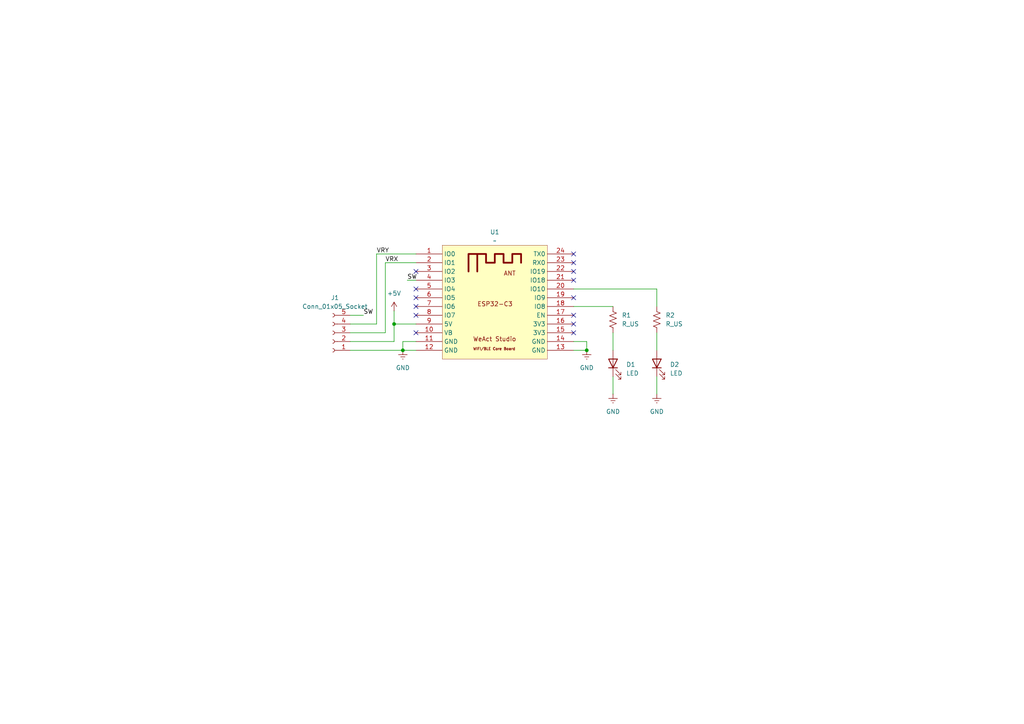
<source format=kicad_sch>
(kicad_sch
	(version 20250114)
	(generator "eeschema")
	(generator_version "9.0")
	(uuid "41cade56-569b-4076-83c8-650d4d65abc6")
	(paper "A4")
	(lib_symbols
		(symbol "Connector:Conn_01x05_Socket"
			(pin_names
				(offset 1.016)
				(hide yes)
			)
			(exclude_from_sim no)
			(in_bom yes)
			(on_board yes)
			(property "Reference" "J"
				(at 0 7.62 0)
				(effects
					(font
						(size 1.27 1.27)
					)
				)
			)
			(property "Value" "Conn_01x05_Socket"
				(at 0 -7.62 0)
				(effects
					(font
						(size 1.27 1.27)
					)
				)
			)
			(property "Footprint" ""
				(at 0 0 0)
				(effects
					(font
						(size 1.27 1.27)
					)
					(hide yes)
				)
			)
			(property "Datasheet" "~"
				(at 0 0 0)
				(effects
					(font
						(size 1.27 1.27)
					)
					(hide yes)
				)
			)
			(property "Description" "Generic connector, single row, 01x05, script generated"
				(at 0 0 0)
				(effects
					(font
						(size 1.27 1.27)
					)
					(hide yes)
				)
			)
			(property "ki_locked" ""
				(at 0 0 0)
				(effects
					(font
						(size 1.27 1.27)
					)
				)
			)
			(property "ki_keywords" "connector"
				(at 0 0 0)
				(effects
					(font
						(size 1.27 1.27)
					)
					(hide yes)
				)
			)
			(property "ki_fp_filters" "Connector*:*_1x??_*"
				(at 0 0 0)
				(effects
					(font
						(size 1.27 1.27)
					)
					(hide yes)
				)
			)
			(symbol "Conn_01x05_Socket_1_1"
				(polyline
					(pts
						(xy -1.27 5.08) (xy -0.508 5.08)
					)
					(stroke
						(width 0.1524)
						(type default)
					)
					(fill
						(type none)
					)
				)
				(polyline
					(pts
						(xy -1.27 2.54) (xy -0.508 2.54)
					)
					(stroke
						(width 0.1524)
						(type default)
					)
					(fill
						(type none)
					)
				)
				(polyline
					(pts
						(xy -1.27 0) (xy -0.508 0)
					)
					(stroke
						(width 0.1524)
						(type default)
					)
					(fill
						(type none)
					)
				)
				(polyline
					(pts
						(xy -1.27 -2.54) (xy -0.508 -2.54)
					)
					(stroke
						(width 0.1524)
						(type default)
					)
					(fill
						(type none)
					)
				)
				(polyline
					(pts
						(xy -1.27 -5.08) (xy -0.508 -5.08)
					)
					(stroke
						(width 0.1524)
						(type default)
					)
					(fill
						(type none)
					)
				)
				(arc
					(start 0 4.572)
					(mid -0.5058 5.08)
					(end 0 5.588)
					(stroke
						(width 0.1524)
						(type default)
					)
					(fill
						(type none)
					)
				)
				(arc
					(start 0 2.032)
					(mid -0.5058 2.54)
					(end 0 3.048)
					(stroke
						(width 0.1524)
						(type default)
					)
					(fill
						(type none)
					)
				)
				(arc
					(start 0 -0.508)
					(mid -0.5058 0)
					(end 0 0.508)
					(stroke
						(width 0.1524)
						(type default)
					)
					(fill
						(type none)
					)
				)
				(arc
					(start 0 -3.048)
					(mid -0.5058 -2.54)
					(end 0 -2.032)
					(stroke
						(width 0.1524)
						(type default)
					)
					(fill
						(type none)
					)
				)
				(arc
					(start 0 -5.588)
					(mid -0.5058 -5.08)
					(end 0 -4.572)
					(stroke
						(width 0.1524)
						(type default)
					)
					(fill
						(type none)
					)
				)
				(pin passive line
					(at -5.08 5.08 0)
					(length 3.81)
					(name "Pin_1"
						(effects
							(font
								(size 1.27 1.27)
							)
						)
					)
					(number "1"
						(effects
							(font
								(size 1.27 1.27)
							)
						)
					)
				)
				(pin passive line
					(at -5.08 2.54 0)
					(length 3.81)
					(name "Pin_2"
						(effects
							(font
								(size 1.27 1.27)
							)
						)
					)
					(number "2"
						(effects
							(font
								(size 1.27 1.27)
							)
						)
					)
				)
				(pin passive line
					(at -5.08 0 0)
					(length 3.81)
					(name "Pin_3"
						(effects
							(font
								(size 1.27 1.27)
							)
						)
					)
					(number "3"
						(effects
							(font
								(size 1.27 1.27)
							)
						)
					)
				)
				(pin passive line
					(at -5.08 -2.54 0)
					(length 3.81)
					(name "Pin_4"
						(effects
							(font
								(size 1.27 1.27)
							)
						)
					)
					(number "4"
						(effects
							(font
								(size 1.27 1.27)
							)
						)
					)
				)
				(pin passive line
					(at -5.08 -5.08 0)
					(length 3.81)
					(name "Pin_5"
						(effects
							(font
								(size 1.27 1.27)
							)
						)
					)
					(number "5"
						(effects
							(font
								(size 1.27 1.27)
							)
						)
					)
				)
			)
			(embedded_fonts no)
		)
		(symbol "Device:LED"
			(pin_numbers
				(hide yes)
			)
			(pin_names
				(offset 1.016)
				(hide yes)
			)
			(exclude_from_sim no)
			(in_bom yes)
			(on_board yes)
			(property "Reference" "D"
				(at 0 2.54 0)
				(effects
					(font
						(size 1.27 1.27)
					)
				)
			)
			(property "Value" "LED"
				(at 0 -2.54 0)
				(effects
					(font
						(size 1.27 1.27)
					)
				)
			)
			(property "Footprint" ""
				(at 0 0 0)
				(effects
					(font
						(size 1.27 1.27)
					)
					(hide yes)
				)
			)
			(property "Datasheet" "~"
				(at 0 0 0)
				(effects
					(font
						(size 1.27 1.27)
					)
					(hide yes)
				)
			)
			(property "Description" "Light emitting diode"
				(at 0 0 0)
				(effects
					(font
						(size 1.27 1.27)
					)
					(hide yes)
				)
			)
			(property "Sim.Pins" "1=K 2=A"
				(at 0 0 0)
				(effects
					(font
						(size 1.27 1.27)
					)
					(hide yes)
				)
			)
			(property "ki_keywords" "LED diode"
				(at 0 0 0)
				(effects
					(font
						(size 1.27 1.27)
					)
					(hide yes)
				)
			)
			(property "ki_fp_filters" "LED* LED_SMD:* LED_THT:*"
				(at 0 0 0)
				(effects
					(font
						(size 1.27 1.27)
					)
					(hide yes)
				)
			)
			(symbol "LED_0_1"
				(polyline
					(pts
						(xy -3.048 -0.762) (xy -4.572 -2.286) (xy -3.81 -2.286) (xy -4.572 -2.286) (xy -4.572 -1.524)
					)
					(stroke
						(width 0)
						(type default)
					)
					(fill
						(type none)
					)
				)
				(polyline
					(pts
						(xy -1.778 -0.762) (xy -3.302 -2.286) (xy -2.54 -2.286) (xy -3.302 -2.286) (xy -3.302 -1.524)
					)
					(stroke
						(width 0)
						(type default)
					)
					(fill
						(type none)
					)
				)
				(polyline
					(pts
						(xy -1.27 0) (xy 1.27 0)
					)
					(stroke
						(width 0)
						(type default)
					)
					(fill
						(type none)
					)
				)
				(polyline
					(pts
						(xy -1.27 -1.27) (xy -1.27 1.27)
					)
					(stroke
						(width 0.254)
						(type default)
					)
					(fill
						(type none)
					)
				)
				(polyline
					(pts
						(xy 1.27 -1.27) (xy 1.27 1.27) (xy -1.27 0) (xy 1.27 -1.27)
					)
					(stroke
						(width 0.254)
						(type default)
					)
					(fill
						(type none)
					)
				)
			)
			(symbol "LED_1_1"
				(pin passive line
					(at -3.81 0 0)
					(length 2.54)
					(name "K"
						(effects
							(font
								(size 1.27 1.27)
							)
						)
					)
					(number "1"
						(effects
							(font
								(size 1.27 1.27)
							)
						)
					)
				)
				(pin passive line
					(at 3.81 0 180)
					(length 2.54)
					(name "A"
						(effects
							(font
								(size 1.27 1.27)
							)
						)
					)
					(number "2"
						(effects
							(font
								(size 1.27 1.27)
							)
						)
					)
				)
			)
			(embedded_fonts no)
		)
		(symbol "Device:R_US"
			(pin_numbers
				(hide yes)
			)
			(pin_names
				(offset 0)
			)
			(exclude_from_sim no)
			(in_bom yes)
			(on_board yes)
			(property "Reference" "R"
				(at 2.54 0 90)
				(effects
					(font
						(size 1.27 1.27)
					)
				)
			)
			(property "Value" "R_US"
				(at -2.54 0 90)
				(effects
					(font
						(size 1.27 1.27)
					)
				)
			)
			(property "Footprint" ""
				(at 1.016 -0.254 90)
				(effects
					(font
						(size 1.27 1.27)
					)
					(hide yes)
				)
			)
			(property "Datasheet" "~"
				(at 0 0 0)
				(effects
					(font
						(size 1.27 1.27)
					)
					(hide yes)
				)
			)
			(property "Description" "Resistor, US symbol"
				(at 0 0 0)
				(effects
					(font
						(size 1.27 1.27)
					)
					(hide yes)
				)
			)
			(property "ki_keywords" "R res resistor"
				(at 0 0 0)
				(effects
					(font
						(size 1.27 1.27)
					)
					(hide yes)
				)
			)
			(property "ki_fp_filters" "R_*"
				(at 0 0 0)
				(effects
					(font
						(size 1.27 1.27)
					)
					(hide yes)
				)
			)
			(symbol "R_US_0_1"
				(polyline
					(pts
						(xy 0 2.286) (xy 0 2.54)
					)
					(stroke
						(width 0)
						(type default)
					)
					(fill
						(type none)
					)
				)
				(polyline
					(pts
						(xy 0 2.286) (xy 1.016 1.905) (xy 0 1.524) (xy -1.016 1.143) (xy 0 0.762)
					)
					(stroke
						(width 0)
						(type default)
					)
					(fill
						(type none)
					)
				)
				(polyline
					(pts
						(xy 0 0.762) (xy 1.016 0.381) (xy 0 0) (xy -1.016 -0.381) (xy 0 -0.762)
					)
					(stroke
						(width 0)
						(type default)
					)
					(fill
						(type none)
					)
				)
				(polyline
					(pts
						(xy 0 -0.762) (xy 1.016 -1.143) (xy 0 -1.524) (xy -1.016 -1.905) (xy 0 -2.286)
					)
					(stroke
						(width 0)
						(type default)
					)
					(fill
						(type none)
					)
				)
				(polyline
					(pts
						(xy 0 -2.286) (xy 0 -2.54)
					)
					(stroke
						(width 0)
						(type default)
					)
					(fill
						(type none)
					)
				)
			)
			(symbol "R_US_1_1"
				(pin passive line
					(at 0 3.81 270)
					(length 1.27)
					(name "~"
						(effects
							(font
								(size 1.27 1.27)
							)
						)
					)
					(number "1"
						(effects
							(font
								(size 1.27 1.27)
							)
						)
					)
				)
				(pin passive line
					(at 0 -3.81 90)
					(length 1.27)
					(name "~"
						(effects
							(font
								(size 1.27 1.27)
							)
						)
					)
					(number "2"
						(effects
							(font
								(size 1.27 1.27)
							)
						)
					)
				)
			)
			(embedded_fonts no)
		)
		(symbol "ESP32_OPS:WeAct-ESP32-C3Fx4-CoreBoard"
			(exclude_from_sim no)
			(in_bom yes)
			(on_board yes)
			(property "Reference" ""
				(at 0 0 0)
				(effects
					(font
						(size 1.27 1.27)
					)
				)
			)
			(property "Value" ""
				(at 0 0 0)
				(effects
					(font
						(size 1.27 1.27)
					)
				)
			)
			(property "Footprint" ""
				(at 0 0 0)
				(effects
					(font
						(size 1.27 1.27)
					)
					(hide yes)
				)
			)
			(property "Datasheet" ""
				(at 0 0 0)
				(effects
					(font
						(size 1.27 1.27)
					)
					(hide yes)
				)
			)
			(property "Description" ""
				(at 0 0 0)
				(effects
					(font
						(size 1.27 1.27)
					)
					(hide yes)
				)
			)
			(property "ki_fp_filters" "*WeAct-ESP32C3CoreBoard*"
				(at 0 0 0)
				(effects
					(font
						(size 1.27 1.27)
					)
					(hide yes)
				)
			)
			(symbol "WeAct-ESP32-C3Fx4-CoreBoard_1_0"
				(polyline
					(pts
						(xy 15.24 -7.62) (xy 15.24 -2.54) (xy 17.78 -2.54) (xy 17.78 -7.62) (xy 17.78 -2.54) (xy 20.32 -2.54)
						(xy 20.32 -5.08) (xy 22.86 -5.08) (xy 22.86 -2.54) (xy 25.4 -2.54) (xy 25.4 -5.08) (xy 27.94 -5.08)
						(xy 27.94 -2.54) (xy 30.48 -2.54) (xy 30.48 -5.08)
					)
					(stroke
						(width 0.508)
						(type solid)
					)
					(fill
						(type none)
					)
				)
				(rectangle
					(start 38.1 0)
					(end 7.62 -33.02)
					(stroke
						(width 0.0254)
						(type solid)
						(color 128 0 0 1)
					)
					(fill
						(type background)
					)
				)
				(text "WeAct Studio"
					(at 16.51 -27.94 0)
					(effects
						(font
							(size 1.27 1.27)
						)
						(justify left bottom)
					)
				)
				(text "WIFI/BLE Core Board"
					(at 16.51 -30.48 0)
					(effects
						(font
							(size 0.762 0.762)
						)
						(justify left bottom)
					)
				)
				(text "ESP32-C3"
					(at 17.78 -17.78 0)
					(effects
						(font
							(size 1.27 1.27)
						)
						(justify left bottom)
					)
				)
				(text "ANT"
					(at 25.4 -8.89 0)
					(effects
						(font
							(size 1.27 1.27)
						)
						(justify left bottom)
					)
				)
				(pin passive line
					(at 0 -2.54 0)
					(length 7.62)
					(name "IO0"
						(effects
							(font
								(size 1.27 1.27)
							)
						)
					)
					(number "1"
						(effects
							(font
								(size 1.27 1.27)
							)
						)
					)
				)
				(pin passive line
					(at 0 -5.08 0)
					(length 7.62)
					(name "IO1"
						(effects
							(font
								(size 1.27 1.27)
							)
						)
					)
					(number "2"
						(effects
							(font
								(size 1.27 1.27)
							)
						)
					)
				)
				(pin passive line
					(at 0 -7.62 0)
					(length 7.62)
					(name "IO2"
						(effects
							(font
								(size 1.27 1.27)
							)
						)
					)
					(number "3"
						(effects
							(font
								(size 1.27 1.27)
							)
						)
					)
				)
				(pin passive line
					(at 0 -10.16 0)
					(length 7.62)
					(name "IO3"
						(effects
							(font
								(size 1.27 1.27)
							)
						)
					)
					(number "4"
						(effects
							(font
								(size 1.27 1.27)
							)
						)
					)
				)
				(pin passive line
					(at 0 -12.7 0)
					(length 7.62)
					(name "IO4"
						(effects
							(font
								(size 1.27 1.27)
							)
						)
					)
					(number "5"
						(effects
							(font
								(size 1.27 1.27)
							)
						)
					)
				)
				(pin passive line
					(at 0 -15.24 0)
					(length 7.62)
					(name "IO5"
						(effects
							(font
								(size 1.27 1.27)
							)
						)
					)
					(number "6"
						(effects
							(font
								(size 1.27 1.27)
							)
						)
					)
				)
				(pin passive line
					(at 0 -17.78 0)
					(length 7.62)
					(name "IO6"
						(effects
							(font
								(size 1.27 1.27)
							)
						)
					)
					(number "7"
						(effects
							(font
								(size 1.27 1.27)
							)
						)
					)
				)
				(pin passive line
					(at 0 -20.32 0)
					(length 7.62)
					(name "IO7"
						(effects
							(font
								(size 1.27 1.27)
							)
						)
					)
					(number "8"
						(effects
							(font
								(size 1.27 1.27)
							)
						)
					)
				)
				(pin passive line
					(at 0 -22.86 0)
					(length 7.62)
					(name "5V"
						(effects
							(font
								(size 1.27 1.27)
							)
						)
					)
					(number "9"
						(effects
							(font
								(size 1.27 1.27)
							)
						)
					)
				)
				(pin passive line
					(at 0 -25.4 0)
					(length 7.62)
					(name "VB"
						(effects
							(font
								(size 1.27 1.27)
							)
						)
					)
					(number "10"
						(effects
							(font
								(size 1.27 1.27)
							)
						)
					)
				)
				(pin passive line
					(at 0 -27.94 0)
					(length 7.62)
					(name "GND"
						(effects
							(font
								(size 1.27 1.27)
							)
						)
					)
					(number "11"
						(effects
							(font
								(size 1.27 1.27)
							)
						)
					)
				)
				(pin passive line
					(at 0 -30.48 0)
					(length 7.62)
					(name "GND"
						(effects
							(font
								(size 1.27 1.27)
							)
						)
					)
					(number "12"
						(effects
							(font
								(size 1.27 1.27)
							)
						)
					)
				)
				(pin passive line
					(at 45.72 -2.54 180)
					(length 7.62)
					(name "TX0"
						(effects
							(font
								(size 1.27 1.27)
							)
						)
					)
					(number "24"
						(effects
							(font
								(size 1.27 1.27)
							)
						)
					)
				)
				(pin passive line
					(at 45.72 -5.08 180)
					(length 7.62)
					(name "RX0"
						(effects
							(font
								(size 1.27 1.27)
							)
						)
					)
					(number "23"
						(effects
							(font
								(size 1.27 1.27)
							)
						)
					)
				)
				(pin passive line
					(at 45.72 -7.62 180)
					(length 7.62)
					(name "IO19"
						(effects
							(font
								(size 1.27 1.27)
							)
						)
					)
					(number "22"
						(effects
							(font
								(size 1.27 1.27)
							)
						)
					)
				)
				(pin passive line
					(at 45.72 -10.16 180)
					(length 7.62)
					(name "IO18"
						(effects
							(font
								(size 1.27 1.27)
							)
						)
					)
					(number "21"
						(effects
							(font
								(size 1.27 1.27)
							)
						)
					)
				)
				(pin passive line
					(at 45.72 -12.7 180)
					(length 7.62)
					(name "IO10"
						(effects
							(font
								(size 1.27 1.27)
							)
						)
					)
					(number "20"
						(effects
							(font
								(size 1.27 1.27)
							)
						)
					)
				)
				(pin passive line
					(at 45.72 -15.24 180)
					(length 7.62)
					(name "IO9"
						(effects
							(font
								(size 1.27 1.27)
							)
						)
					)
					(number "19"
						(effects
							(font
								(size 1.27 1.27)
							)
						)
					)
				)
				(pin passive line
					(at 45.72 -17.78 180)
					(length 7.62)
					(name "IO8"
						(effects
							(font
								(size 1.27 1.27)
							)
						)
					)
					(number "18"
						(effects
							(font
								(size 1.27 1.27)
							)
						)
					)
				)
				(pin passive line
					(at 45.72 -20.32 180)
					(length 7.62)
					(name "EN"
						(effects
							(font
								(size 1.27 1.27)
							)
						)
					)
					(number "17"
						(effects
							(font
								(size 1.27 1.27)
							)
						)
					)
				)
				(pin passive line
					(at 45.72 -22.86 180)
					(length 7.62)
					(name "3V3"
						(effects
							(font
								(size 1.27 1.27)
							)
						)
					)
					(number "16"
						(effects
							(font
								(size 1.27 1.27)
							)
						)
					)
				)
				(pin passive line
					(at 45.72 -25.4 180)
					(length 7.62)
					(name "3V3"
						(effects
							(font
								(size 1.27 1.27)
							)
						)
					)
					(number "15"
						(effects
							(font
								(size 1.27 1.27)
							)
						)
					)
				)
				(pin passive line
					(at 45.72 -27.94 180)
					(length 7.62)
					(name "GND"
						(effects
							(font
								(size 1.27 1.27)
							)
						)
					)
					(number "14"
						(effects
							(font
								(size 1.27 1.27)
							)
						)
					)
				)
				(pin passive line
					(at 45.72 -30.48 180)
					(length 7.62)
					(name "GND"
						(effects
							(font
								(size 1.27 1.27)
							)
						)
					)
					(number "13"
						(effects
							(font
								(size 1.27 1.27)
							)
						)
					)
				)
			)
			(embedded_fonts no)
		)
		(symbol "power:+5V"
			(power)
			(pin_numbers
				(hide yes)
			)
			(pin_names
				(offset 0)
				(hide yes)
			)
			(exclude_from_sim no)
			(in_bom yes)
			(on_board yes)
			(property "Reference" "#PWR"
				(at 0 -3.81 0)
				(effects
					(font
						(size 1.27 1.27)
					)
					(hide yes)
				)
			)
			(property "Value" "+5V"
				(at 0 3.556 0)
				(effects
					(font
						(size 1.27 1.27)
					)
				)
			)
			(property "Footprint" ""
				(at 0 0 0)
				(effects
					(font
						(size 1.27 1.27)
					)
					(hide yes)
				)
			)
			(property "Datasheet" ""
				(at 0 0 0)
				(effects
					(font
						(size 1.27 1.27)
					)
					(hide yes)
				)
			)
			(property "Description" "Power symbol creates a global label with name \"+5V\""
				(at 0 0 0)
				(effects
					(font
						(size 1.27 1.27)
					)
					(hide yes)
				)
			)
			(property "ki_keywords" "global power"
				(at 0 0 0)
				(effects
					(font
						(size 1.27 1.27)
					)
					(hide yes)
				)
			)
			(symbol "+5V_0_1"
				(polyline
					(pts
						(xy -0.762 1.27) (xy 0 2.54)
					)
					(stroke
						(width 0)
						(type default)
					)
					(fill
						(type none)
					)
				)
				(polyline
					(pts
						(xy 0 2.54) (xy 0.762 1.27)
					)
					(stroke
						(width 0)
						(type default)
					)
					(fill
						(type none)
					)
				)
				(polyline
					(pts
						(xy 0 0) (xy 0 2.54)
					)
					(stroke
						(width 0)
						(type default)
					)
					(fill
						(type none)
					)
				)
			)
			(symbol "+5V_1_1"
				(pin power_in line
					(at 0 0 90)
					(length 0)
					(name "~"
						(effects
							(font
								(size 1.27 1.27)
							)
						)
					)
					(number "1"
						(effects
							(font
								(size 1.27 1.27)
							)
						)
					)
				)
			)
			(embedded_fonts no)
		)
		(symbol "power:Earth"
			(power)
			(pin_numbers
				(hide yes)
			)
			(pin_names
				(offset 0)
				(hide yes)
			)
			(exclude_from_sim no)
			(in_bom yes)
			(on_board yes)
			(property "Reference" "#PWR"
				(at 0 -6.35 0)
				(effects
					(font
						(size 1.27 1.27)
					)
					(hide yes)
				)
			)
			(property "Value" "Earth"
				(at 0 -3.81 0)
				(effects
					(font
						(size 1.27 1.27)
					)
				)
			)
			(property "Footprint" ""
				(at 0 0 0)
				(effects
					(font
						(size 1.27 1.27)
					)
					(hide yes)
				)
			)
			(property "Datasheet" "~"
				(at 0 0 0)
				(effects
					(font
						(size 1.27 1.27)
					)
					(hide yes)
				)
			)
			(property "Description" "Power symbol creates a global label with name \"Earth\""
				(at 0 0 0)
				(effects
					(font
						(size 1.27 1.27)
					)
					(hide yes)
				)
			)
			(property "ki_keywords" "global ground gnd"
				(at 0 0 0)
				(effects
					(font
						(size 1.27 1.27)
					)
					(hide yes)
				)
			)
			(symbol "Earth_0_1"
				(polyline
					(pts
						(xy -0.635 -1.905) (xy 0.635 -1.905)
					)
					(stroke
						(width 0)
						(type default)
					)
					(fill
						(type none)
					)
				)
				(polyline
					(pts
						(xy -0.127 -2.54) (xy 0.127 -2.54)
					)
					(stroke
						(width 0)
						(type default)
					)
					(fill
						(type none)
					)
				)
				(polyline
					(pts
						(xy 0 -1.27) (xy 0 0)
					)
					(stroke
						(width 0)
						(type default)
					)
					(fill
						(type none)
					)
				)
				(polyline
					(pts
						(xy 1.27 -1.27) (xy -1.27 -1.27)
					)
					(stroke
						(width 0)
						(type default)
					)
					(fill
						(type none)
					)
				)
			)
			(symbol "Earth_1_1"
				(pin power_in line
					(at 0 0 270)
					(length 0)
					(name "~"
						(effects
							(font
								(size 1.27 1.27)
							)
						)
					)
					(number "1"
						(effects
							(font
								(size 1.27 1.27)
							)
						)
					)
				)
			)
			(embedded_fonts no)
		)
	)
	(junction
		(at 114.3 93.98)
		(diameter 0)
		(color 0 0 0 0)
		(uuid "52505e41-e01b-4050-959f-d090242ddac9")
	)
	(junction
		(at 170.18 101.6)
		(diameter 0)
		(color 0 0 0 0)
		(uuid "a21c0b9d-ab27-465d-9528-dcfa61d6d2a5")
	)
	(junction
		(at 116.84 101.6)
		(diameter 0)
		(color 0 0 0 0)
		(uuid "bfb5506d-435c-464d-97bb-e2cb9583ddb9")
	)
	(no_connect
		(at 166.37 78.74)
		(uuid "201ba5c1-552f-4d13-a6b7-982acef29f58")
	)
	(no_connect
		(at 120.65 83.82)
		(uuid "33130594-9351-4de6-9c7e-23d711aec44d")
	)
	(no_connect
		(at 120.65 88.9)
		(uuid "3435a4f2-3794-434e-906a-0f161667491d")
	)
	(no_connect
		(at 166.37 76.2)
		(uuid "44a140c5-734c-41fa-b21d-730fa141cac7")
	)
	(no_connect
		(at 166.37 91.44)
		(uuid "4b613199-c8c5-43a4-8674-666e18d9807c")
	)
	(no_connect
		(at 120.65 78.74)
		(uuid "58c43b93-c21f-4581-ba8d-5c329b44e8df")
	)
	(no_connect
		(at 166.37 81.28)
		(uuid "5fb0c89e-f1ca-4cc4-90da-1ea86a5f1558")
	)
	(no_connect
		(at 120.65 96.52)
		(uuid "8137264f-4799-43dc-b77b-2a32c62bec47")
	)
	(no_connect
		(at 166.37 86.36)
		(uuid "827de236-0deb-4f7a-b2ce-23e25e1ab6b8")
	)
	(no_connect
		(at 166.37 73.66)
		(uuid "c7a01716-85d8-420b-adc0-481a0f886e3b")
	)
	(no_connect
		(at 166.37 93.98)
		(uuid "cda619b0-3f36-46a0-ae04-f39f5904a6f5")
	)
	(no_connect
		(at 166.37 96.52)
		(uuid "e36e56ce-c379-4f07-a4ba-87f21fea713c")
	)
	(no_connect
		(at 120.65 86.36)
		(uuid "e8a146ae-437a-4460-8ad2-6eae812cb6e3")
	)
	(no_connect
		(at 120.65 91.44)
		(uuid "f7ed9c85-b24b-4707-8513-8648123df3d5")
	)
	(wire
		(pts
			(xy 109.22 73.66) (xy 120.65 73.66)
		)
		(stroke
			(width 0)
			(type default)
		)
		(uuid "137e3cc8-a5b2-48d8-b5b4-354eed2410c3")
	)
	(wire
		(pts
			(xy 111.76 76.2) (xy 120.65 76.2)
		)
		(stroke
			(width 0)
			(type default)
		)
		(uuid "14b386df-6e18-402d-b96b-932d8ce2de37")
	)
	(wire
		(pts
			(xy 190.5 109.22) (xy 190.5 114.3)
		)
		(stroke
			(width 0)
			(type default)
		)
		(uuid "2146e343-6c9d-4f11-99fe-836ad36b8106")
	)
	(wire
		(pts
			(xy 114.3 93.98) (xy 120.65 93.98)
		)
		(stroke
			(width 0)
			(type default)
		)
		(uuid "28370e16-67f1-47f8-a605-0a76490b2f3c")
	)
	(wire
		(pts
			(xy 116.84 99.06) (xy 116.84 101.6)
		)
		(stroke
			(width 0)
			(type default)
		)
		(uuid "2a229e5f-ec80-43f5-ae06-54f09070e3fc")
	)
	(wire
		(pts
			(xy 101.6 99.06) (xy 114.3 99.06)
		)
		(stroke
			(width 0)
			(type default)
		)
		(uuid "2c073280-ffc9-4507-b60e-78c55d6ac582")
	)
	(wire
		(pts
			(xy 114.3 90.17) (xy 114.3 93.98)
		)
		(stroke
			(width 0)
			(type default)
		)
		(uuid "2f92ee0d-164c-4fd1-a4cf-0230cf4a7a07")
	)
	(wire
		(pts
			(xy 111.76 96.52) (xy 111.76 76.2)
		)
		(stroke
			(width 0)
			(type default)
		)
		(uuid "41a154a1-5d5f-495c-93b5-b2dec5736251")
	)
	(wire
		(pts
			(xy 101.6 91.44) (xy 105.41 91.44)
		)
		(stroke
			(width 0)
			(type default)
		)
		(uuid "49306cca-f796-4b6c-a61c-3c88546e76a4")
	)
	(wire
		(pts
			(xy 118.11 81.28) (xy 120.65 81.28)
		)
		(stroke
			(width 0)
			(type default)
		)
		(uuid "50b02dd6-ca0c-4798-8e77-c17ee1c98ede")
	)
	(wire
		(pts
			(xy 170.18 99.06) (xy 170.18 101.6)
		)
		(stroke
			(width 0)
			(type default)
		)
		(uuid "58fed353-7c2e-4e43-b98c-792d233b51c1")
	)
	(wire
		(pts
			(xy 101.6 101.6) (xy 116.84 101.6)
		)
		(stroke
			(width 0)
			(type default)
		)
		(uuid "5badfae1-15be-4b5f-b3e2-f28cee9abfe7")
	)
	(wire
		(pts
			(xy 177.8 96.52) (xy 177.8 101.6)
		)
		(stroke
			(width 0)
			(type default)
		)
		(uuid "5d0c00f6-99a6-4bea-9d33-87e5423e9369")
	)
	(wire
		(pts
			(xy 190.5 96.52) (xy 190.5 101.6)
		)
		(stroke
			(width 0)
			(type default)
		)
		(uuid "6ba8137a-2801-4089-bdae-053ae366957c")
	)
	(wire
		(pts
			(xy 114.3 99.06) (xy 114.3 93.98)
		)
		(stroke
			(width 0)
			(type default)
		)
		(uuid "6f2e0691-3d96-45b9-9cf2-4fd1feec2edd")
	)
	(wire
		(pts
			(xy 116.84 101.6) (xy 120.65 101.6)
		)
		(stroke
			(width 0)
			(type default)
		)
		(uuid "81153fb0-3787-44d1-9d94-de1a9826c839")
	)
	(wire
		(pts
			(xy 177.8 109.22) (xy 177.8 114.3)
		)
		(stroke
			(width 0)
			(type default)
		)
		(uuid "a4921e0d-4491-4588-b039-c5690b45a5b0")
	)
	(wire
		(pts
			(xy 190.5 83.82) (xy 190.5 88.9)
		)
		(stroke
			(width 0)
			(type default)
		)
		(uuid "b11462b9-992e-4d00-b4dd-2e55c1b0c93a")
	)
	(wire
		(pts
			(xy 166.37 88.9) (xy 177.8 88.9)
		)
		(stroke
			(width 0)
			(type default)
		)
		(uuid "d5675274-a8c2-4c5f-a9ff-00ba54edf5e6")
	)
	(wire
		(pts
			(xy 166.37 99.06) (xy 170.18 99.06)
		)
		(stroke
			(width 0)
			(type default)
		)
		(uuid "d6eec232-2d8e-4f9f-8bef-1a1c68303632")
	)
	(wire
		(pts
			(xy 166.37 83.82) (xy 190.5 83.82)
		)
		(stroke
			(width 0)
			(type default)
		)
		(uuid "d74e2b85-f3a9-4fdb-8083-e0c03291da24")
	)
	(wire
		(pts
			(xy 166.37 101.6) (xy 170.18 101.6)
		)
		(stroke
			(width 0)
			(type default)
		)
		(uuid "e1a25a73-15dc-449c-9f29-df37cccc40d4")
	)
	(wire
		(pts
			(xy 120.65 99.06) (xy 116.84 99.06)
		)
		(stroke
			(width 0)
			(type default)
		)
		(uuid "e5db17ed-740f-4c90-90ed-b921280f39fe")
	)
	(wire
		(pts
			(xy 101.6 93.98) (xy 109.22 93.98)
		)
		(stroke
			(width 0)
			(type default)
		)
		(uuid "ea8cd5b3-2e20-468e-ba5e-60a8a9fabd5c")
	)
	(wire
		(pts
			(xy 101.6 96.52) (xy 111.76 96.52)
		)
		(stroke
			(width 0)
			(type default)
		)
		(uuid "f6dc1cc5-3e76-4760-ac7a-a008f91f2a78")
	)
	(wire
		(pts
			(xy 109.22 93.98) (xy 109.22 73.66)
		)
		(stroke
			(width 0)
			(type default)
		)
		(uuid "fb37762a-9bef-4d29-9f69-0deac8aa1119")
	)
	(label "VRY"
		(at 109.22 73.66 0)
		(effects
			(font
				(size 1.27 1.27)
			)
			(justify left bottom)
		)
		(uuid "1da6354f-af9f-4b06-b71c-d450ab72e005")
	)
	(label "SW"
		(at 105.41 91.44 0)
		(effects
			(font
				(size 1.27 1.27)
			)
			(justify left bottom)
		)
		(uuid "55ef4b6d-6179-4a8f-9f39-d1cb87d4f348")
	)
	(label "SW"
		(at 118.11 81.28 0)
		(effects
			(font
				(size 1.27 1.27)
			)
			(justify left bottom)
		)
		(uuid "ca5333db-e0d8-4468-bf44-3b9258e9dbf8")
	)
	(label "VRX"
		(at 111.76 76.2 0)
		(effects
			(font
				(size 1.27 1.27)
			)
			(justify left bottom)
		)
		(uuid "dbc79562-42fd-44a0-81d8-deb5884d38fb")
	)
	(symbol
		(lib_id "Device:R_US")
		(at 177.8 92.71 0)
		(unit 1)
		(exclude_from_sim no)
		(in_bom yes)
		(on_board yes)
		(dnp no)
		(fields_autoplaced yes)
		(uuid "0812eec9-98d6-46b6-ae10-d4477cd576d3")
		(property "Reference" "R1"
			(at 180.34 91.4399 0)
			(effects
				(font
					(size 1.27 1.27)
				)
				(justify left)
			)
		)
		(property "Value" "R_US"
			(at 180.34 93.9799 0)
			(effects
				(font
					(size 1.27 1.27)
				)
				(justify left)
			)
		)
		(property "Footprint" "Resistor_THT:R_Axial_DIN0207_L6.3mm_D2.5mm_P7.62mm_Horizontal"
			(at 178.816 92.964 90)
			(effects
				(font
					(size 1.27 1.27)
				)
				(hide yes)
			)
		)
		(property "Datasheet" "~"
			(at 177.8 92.71 0)
			(effects
				(font
					(size 1.27 1.27)
				)
				(hide yes)
			)
		)
		(property "Description" "Resistor, US symbol"
			(at 177.8 92.71 0)
			(effects
				(font
					(size 1.27 1.27)
				)
				(hide yes)
			)
		)
		(pin "1"
			(uuid "6c933936-17d5-45fc-ba62-c9d8744c61ef")
		)
		(pin "2"
			(uuid "705480cb-85cf-494e-accf-421cedeeebd4")
		)
		(instances
			(project ""
				(path "/41cade56-569b-4076-83c8-650d4d65abc6"
					(reference "R1")
					(unit 1)
				)
			)
		)
	)
	(symbol
		(lib_id "Device:LED")
		(at 177.8 105.41 90)
		(unit 1)
		(exclude_from_sim no)
		(in_bom yes)
		(on_board yes)
		(dnp no)
		(fields_autoplaced yes)
		(uuid "0d50db00-57d0-47bd-bfcd-089d43249c22")
		(property "Reference" "D1"
			(at 181.61 105.7274 90)
			(effects
				(font
					(size 1.27 1.27)
				)
				(justify right)
			)
		)
		(property "Value" "LED"
			(at 181.61 108.2674 90)
			(effects
				(font
					(size 1.27 1.27)
				)
				(justify right)
			)
		)
		(property "Footprint" "LED_THT:LED_D3.0mm"
			(at 177.8 105.41 0)
			(effects
				(font
					(size 1.27 1.27)
				)
				(hide yes)
			)
		)
		(property "Datasheet" "~"
			(at 177.8 105.41 0)
			(effects
				(font
					(size 1.27 1.27)
				)
				(hide yes)
			)
		)
		(property "Description" "Light emitting diode"
			(at 177.8 105.41 0)
			(effects
				(font
					(size 1.27 1.27)
				)
				(hide yes)
			)
		)
		(property "Sim.Pins" "1=K 2=A"
			(at 177.8 105.41 0)
			(effects
				(font
					(size 1.27 1.27)
				)
				(hide yes)
			)
		)
		(pin "2"
			(uuid "351ab631-6cb8-4c9b-9359-409b3c17bd27")
		)
		(pin "1"
			(uuid "17c07101-2e99-4f38-997f-ca96f31a51f3")
		)
		(instances
			(project ""
				(path "/41cade56-569b-4076-83c8-650d4d65abc6"
					(reference "D1")
					(unit 1)
				)
			)
		)
	)
	(symbol
		(lib_id "power:Earth")
		(at 190.5 114.3 0)
		(unit 1)
		(exclude_from_sim no)
		(in_bom yes)
		(on_board yes)
		(dnp no)
		(fields_autoplaced yes)
		(uuid "7a69fb8d-568b-4f50-87f5-4ac866335068")
		(property "Reference" "#PWR02"
			(at 190.5 120.65 0)
			(effects
				(font
					(size 1.27 1.27)
				)
				(hide yes)
			)
		)
		(property "Value" "GND"
			(at 190.5 119.38 0)
			(effects
				(font
					(size 1.27 1.27)
				)
			)
		)
		(property "Footprint" ""
			(at 190.5 114.3 0)
			(effects
				(font
					(size 1.27 1.27)
				)
				(hide yes)
			)
		)
		(property "Datasheet" "~"
			(at 190.5 114.3 0)
			(effects
				(font
					(size 1.27 1.27)
				)
				(hide yes)
			)
		)
		(property "Description" "Power symbol creates a global label with name \"Earth\""
			(at 190.5 114.3 0)
			(effects
				(font
					(size 1.27 1.27)
				)
				(hide yes)
			)
		)
		(pin "1"
			(uuid "1031cbff-937b-48b3-b977-9c2a3be7dd58")
		)
		(instances
			(project "capstone_Elizabeth_Yang"
				(path "/41cade56-569b-4076-83c8-650d4d65abc6"
					(reference "#PWR02")
					(unit 1)
				)
			)
		)
	)
	(symbol
		(lib_id "Connector:Conn_01x05_Socket")
		(at 96.52 96.52 180)
		(unit 1)
		(exclude_from_sim no)
		(in_bom yes)
		(on_board yes)
		(dnp no)
		(fields_autoplaced yes)
		(uuid "80de04a5-6b18-4425-b316-a0f031ab3947")
		(property "Reference" "J1"
			(at 97.155 86.36 0)
			(effects
				(font
					(size 1.27 1.27)
				)
			)
		)
		(property "Value" "Conn_01x05_Socket"
			(at 97.155 88.9 0)
			(effects
				(font
					(size 1.27 1.27)
				)
			)
		)
		(property "Footprint" "Connector_PinSocket_2.54mm:PinSocket_1x05_P2.54mm_Vertical"
			(at 96.52 96.52 0)
			(effects
				(font
					(size 1.27 1.27)
				)
				(hide yes)
			)
		)
		(property "Datasheet" "~"
			(at 96.52 96.52 0)
			(effects
				(font
					(size 1.27 1.27)
				)
				(hide yes)
			)
		)
		(property "Description" "Generic connector, single row, 01x05, script generated"
			(at 96.52 96.52 0)
			(effects
				(font
					(size 1.27 1.27)
				)
				(hide yes)
			)
		)
		(pin "1"
			(uuid "9f281dfd-c8d8-4717-a534-9856fbbd0e74")
		)
		(pin "4"
			(uuid "79b1dddc-9c10-4b27-bc10-3b258d5100bd")
		)
		(pin "3"
			(uuid "e19095da-c981-4991-ab3e-fe56967440f2")
		)
		(pin "5"
			(uuid "bbbafff6-0e02-4b34-8d0a-fc4cf5336018")
		)
		(pin "2"
			(uuid "9e95ff8a-0236-4fe3-a4f4-ef6718eabfb9")
		)
		(instances
			(project ""
				(path "/41cade56-569b-4076-83c8-650d4d65abc6"
					(reference "J1")
					(unit 1)
				)
			)
		)
	)
	(symbol
		(lib_id "power:Earth")
		(at 116.84 101.6 0)
		(unit 1)
		(exclude_from_sim no)
		(in_bom yes)
		(on_board yes)
		(dnp no)
		(fields_autoplaced yes)
		(uuid "9cd7d1b3-31be-46f6-bae2-8b3854190990")
		(property "Reference" "#PWR04"
			(at 116.84 107.95 0)
			(effects
				(font
					(size 1.27 1.27)
				)
				(hide yes)
			)
		)
		(property "Value" "GND"
			(at 116.84 106.68 0)
			(effects
				(font
					(size 1.27 1.27)
				)
			)
		)
		(property "Footprint" ""
			(at 116.84 101.6 0)
			(effects
				(font
					(size 1.27 1.27)
				)
				(hide yes)
			)
		)
		(property "Datasheet" "~"
			(at 116.84 101.6 0)
			(effects
				(font
					(size 1.27 1.27)
				)
				(hide yes)
			)
		)
		(property "Description" "Power symbol creates a global label with name \"Earth\""
			(at 116.84 101.6 0)
			(effects
				(font
					(size 1.27 1.27)
				)
				(hide yes)
			)
		)
		(pin "1"
			(uuid "57254294-8a88-43ad-ab84-47c275ec8417")
		)
		(instances
			(project "capstone_Elizabeth_Yang"
				(path "/41cade56-569b-4076-83c8-650d4d65abc6"
					(reference "#PWR04")
					(unit 1)
				)
			)
		)
	)
	(symbol
		(lib_id "Device:R_US")
		(at 190.5 92.71 0)
		(unit 1)
		(exclude_from_sim no)
		(in_bom yes)
		(on_board yes)
		(dnp no)
		(fields_autoplaced yes)
		(uuid "a287c476-298d-41a2-9447-e4a50a636c22")
		(property "Reference" "R2"
			(at 193.04 91.4399 0)
			(effects
				(font
					(size 1.27 1.27)
				)
				(justify left)
			)
		)
		(property "Value" "R_US"
			(at 193.04 93.9799 0)
			(effects
				(font
					(size 1.27 1.27)
				)
				(justify left)
			)
		)
		(property "Footprint" "Resistor_THT:R_Axial_DIN0207_L6.3mm_D2.5mm_P7.62mm_Horizontal"
			(at 191.516 92.964 90)
			(effects
				(font
					(size 1.27 1.27)
				)
				(hide yes)
			)
		)
		(property "Datasheet" "~"
			(at 190.5 92.71 0)
			(effects
				(font
					(size 1.27 1.27)
				)
				(hide yes)
			)
		)
		(property "Description" "Resistor, US symbol"
			(at 190.5 92.71 0)
			(effects
				(font
					(size 1.27 1.27)
				)
				(hide yes)
			)
		)
		(pin "1"
			(uuid "9fc625a1-d118-4726-af28-67b394a3c16e")
		)
		(pin "2"
			(uuid "62ca5c4c-c76e-4655-b4ef-a62dfd8240f9")
		)
		(instances
			(project ""
				(path "/41cade56-569b-4076-83c8-650d4d65abc6"
					(reference "R2")
					(unit 1)
				)
			)
		)
	)
	(symbol
		(lib_id "Device:LED")
		(at 190.5 105.41 90)
		(unit 1)
		(exclude_from_sim no)
		(in_bom yes)
		(on_board yes)
		(dnp no)
		(fields_autoplaced yes)
		(uuid "a7f6ec3e-19e5-4331-a1d0-491b8be85db1")
		(property "Reference" "D2"
			(at 194.31 105.7274 90)
			(effects
				(font
					(size 1.27 1.27)
				)
				(justify right)
			)
		)
		(property "Value" "LED"
			(at 194.31 108.2674 90)
			(effects
				(font
					(size 1.27 1.27)
				)
				(justify right)
			)
		)
		(property "Footprint" "LED_THT:LED_D3.0mm"
			(at 190.5 105.41 0)
			(effects
				(font
					(size 1.27 1.27)
				)
				(hide yes)
			)
		)
		(property "Datasheet" "~"
			(at 190.5 105.41 0)
			(effects
				(font
					(size 1.27 1.27)
				)
				(hide yes)
			)
		)
		(property "Description" "Light emitting diode"
			(at 190.5 105.41 0)
			(effects
				(font
					(size 1.27 1.27)
				)
				(hide yes)
			)
		)
		(property "Sim.Pins" "1=K 2=A"
			(at 190.5 105.41 0)
			(effects
				(font
					(size 1.27 1.27)
				)
				(hide yes)
			)
		)
		(pin "2"
			(uuid "9a5e51bc-7684-4870-8123-71f1f723213f")
		)
		(pin "1"
			(uuid "86c1aa4b-c777-4446-b389-acd49d8e0120")
		)
		(instances
			(project ""
				(path "/41cade56-569b-4076-83c8-650d4d65abc6"
					(reference "D2")
					(unit 1)
				)
			)
		)
	)
	(symbol
		(lib_id "power:Earth")
		(at 170.18 101.6 0)
		(unit 1)
		(exclude_from_sim no)
		(in_bom yes)
		(on_board yes)
		(dnp no)
		(fields_autoplaced yes)
		(uuid "b601aed2-6b1c-4fff-9b15-f2de0e07d3d8")
		(property "Reference" "#PWR03"
			(at 170.18 107.95 0)
			(effects
				(font
					(size 1.27 1.27)
				)
				(hide yes)
			)
		)
		(property "Value" "GND"
			(at 170.18 106.68 0)
			(effects
				(font
					(size 1.27 1.27)
				)
			)
		)
		(property "Footprint" ""
			(at 170.18 101.6 0)
			(effects
				(font
					(size 1.27 1.27)
				)
				(hide yes)
			)
		)
		(property "Datasheet" "~"
			(at 170.18 101.6 0)
			(effects
				(font
					(size 1.27 1.27)
				)
				(hide yes)
			)
		)
		(property "Description" "Power symbol creates a global label with name \"Earth\""
			(at 170.18 101.6 0)
			(effects
				(font
					(size 1.27 1.27)
				)
				(hide yes)
			)
		)
		(pin "1"
			(uuid "078e30aa-ab16-4adb-93c1-6de816055995")
		)
		(instances
			(project "capstone_Elizabeth_Yang"
				(path "/41cade56-569b-4076-83c8-650d4d65abc6"
					(reference "#PWR03")
					(unit 1)
				)
			)
		)
	)
	(symbol
		(lib_id "power:+5V")
		(at 114.3 90.17 0)
		(unit 1)
		(exclude_from_sim no)
		(in_bom yes)
		(on_board yes)
		(dnp no)
		(fields_autoplaced yes)
		(uuid "c9897051-dd5d-41a9-b432-ef7f89b1586b")
		(property "Reference" "#PWR05"
			(at 114.3 93.98 0)
			(effects
				(font
					(size 1.27 1.27)
				)
				(hide yes)
			)
		)
		(property "Value" "+5V"
			(at 114.3 85.09 0)
			(effects
				(font
					(size 1.27 1.27)
				)
			)
		)
		(property "Footprint" ""
			(at 114.3 90.17 0)
			(effects
				(font
					(size 1.27 1.27)
				)
				(hide yes)
			)
		)
		(property "Datasheet" ""
			(at 114.3 90.17 0)
			(effects
				(font
					(size 1.27 1.27)
				)
				(hide yes)
			)
		)
		(property "Description" "Power symbol creates a global label with name \"+5V\""
			(at 114.3 90.17 0)
			(effects
				(font
					(size 1.27 1.27)
				)
				(hide yes)
			)
		)
		(pin "1"
			(uuid "d6d0cf77-551a-4894-8dc9-afdb7fce95f7")
		)
		(instances
			(project ""
				(path "/41cade56-569b-4076-83c8-650d4d65abc6"
					(reference "#PWR05")
					(unit 1)
				)
			)
		)
	)
	(symbol
		(lib_id "ESP32_OPS:WeAct-ESP32-C3Fx4-CoreBoard")
		(at 120.65 71.12 0)
		(unit 1)
		(exclude_from_sim no)
		(in_bom yes)
		(on_board yes)
		(dnp no)
		(fields_autoplaced yes)
		(uuid "ed1d2803-dbfa-40be-83f1-fba51ff57e58")
		(property "Reference" "U1"
			(at 143.51 67.31 0)
			(effects
				(font
					(size 1.27 1.27)
				)
			)
		)
		(property "Value" "~"
			(at 143.51 69.85 0)
			(effects
				(font
					(size 1.27 1.27)
				)
			)
		)
		(property "Footprint" "ESP32_OPS:WeAct-ESP32-C3Fx4-CoreBoard"
			(at 120.65 71.12 0)
			(effects
				(font
					(size 1.27 1.27)
				)
				(hide yes)
			)
		)
		(property "Datasheet" ""
			(at 120.65 71.12 0)
			(effects
				(font
					(size 1.27 1.27)
				)
				(hide yes)
			)
		)
		(property "Description" ""
			(at 120.65 71.12 0)
			(effects
				(font
					(size 1.27 1.27)
				)
				(hide yes)
			)
		)
		(pin "2"
			(uuid "86407249-b217-48c1-9c09-7b355fee07bd")
		)
		(pin "9"
			(uuid "c79e8679-2f6a-4b72-8b22-86735afd4896")
		)
		(pin "22"
			(uuid "73246646-34b3-4674-8b09-0a8980f9e46c")
		)
		(pin "24"
			(uuid "19264be7-668f-443b-8013-e7ba1f44982e")
		)
		(pin "19"
			(uuid "48129be3-0b56-4dbf-ba3f-6fe47cafc4e2")
		)
		(pin "5"
			(uuid "f595524e-96e2-4146-bdda-72e42b2f0347")
		)
		(pin "3"
			(uuid "c9e7127a-4fa4-4017-a31d-1a0045425247")
		)
		(pin "10"
			(uuid "77be5934-1291-4610-8591-751d956e6209")
		)
		(pin "17"
			(uuid "7bdfa8a2-23f0-419e-8fe8-90143fb7925d")
		)
		(pin "20"
			(uuid "d12ecedf-6b6e-40ff-ab55-e25fa4039a06")
		)
		(pin "6"
			(uuid "79d779a7-0c25-4bdb-95ec-fecc2aefa722")
		)
		(pin "11"
			(uuid "3ab5889c-d1cb-490d-ab38-41b4b92fea70")
		)
		(pin "16"
			(uuid "b9ee17b2-90b1-4673-b062-482a1e5da1d7")
		)
		(pin "21"
			(uuid "e76005b2-fb04-4c5f-b423-794e66835e5d")
		)
		(pin "14"
			(uuid "b06e2607-04c5-40ca-8c80-6e53eaa8a881")
		)
		(pin "12"
			(uuid "5128852d-ae7f-4e5f-9696-c6ac5e738214")
		)
		(pin "4"
			(uuid "45467250-bc49-4848-b6a5-704124d91a2e")
		)
		(pin "13"
			(uuid "c28f2a4a-4749-4ed2-b27e-03a472dcfadf")
		)
		(pin "23"
			(uuid "b36e695b-8245-4e9d-9625-739963df05a7")
		)
		(pin "1"
			(uuid "28f7dc93-646b-4b0e-b8eb-0a6aa54b38b2")
		)
		(pin "7"
			(uuid "5c81b3f6-7e2e-4e00-ad42-ced3bd354519")
		)
		(pin "18"
			(uuid "59fb7a01-6e64-48cd-8110-0c038198052f")
		)
		(pin "8"
			(uuid "64779c7f-3ae3-45ed-a7cc-5066aaaf0e89")
		)
		(pin "15"
			(uuid "222250bb-2cd3-46cd-980b-6cf74c97922d")
		)
		(instances
			(project ""
				(path "/41cade56-569b-4076-83c8-650d4d65abc6"
					(reference "U1")
					(unit 1)
				)
			)
		)
	)
	(symbol
		(lib_id "power:Earth")
		(at 177.8 114.3 0)
		(unit 1)
		(exclude_from_sim no)
		(in_bom yes)
		(on_board yes)
		(dnp no)
		(fields_autoplaced yes)
		(uuid "fb61e4af-9065-4911-b572-1eb2161347c1")
		(property "Reference" "#PWR01"
			(at 177.8 120.65 0)
			(effects
				(font
					(size 1.27 1.27)
				)
				(hide yes)
			)
		)
		(property "Value" "GND"
			(at 177.8 119.38 0)
			(effects
				(font
					(size 1.27 1.27)
				)
			)
		)
		(property "Footprint" ""
			(at 177.8 114.3 0)
			(effects
				(font
					(size 1.27 1.27)
				)
				(hide yes)
			)
		)
		(property "Datasheet" "~"
			(at 177.8 114.3 0)
			(effects
				(font
					(size 1.27 1.27)
				)
				(hide yes)
			)
		)
		(property "Description" "Power symbol creates a global label with name \"Earth\""
			(at 177.8 114.3 0)
			(effects
				(font
					(size 1.27 1.27)
				)
				(hide yes)
			)
		)
		(pin "1"
			(uuid "6f63178d-8601-41db-b2e9-044dcf6110c1")
		)
		(instances
			(project ""
				(path "/41cade56-569b-4076-83c8-650d4d65abc6"
					(reference "#PWR01")
					(unit 1)
				)
			)
		)
	)
	(sheet_instances
		(path "/"
			(page "1")
		)
	)
	(embedded_fonts no)
)

</source>
